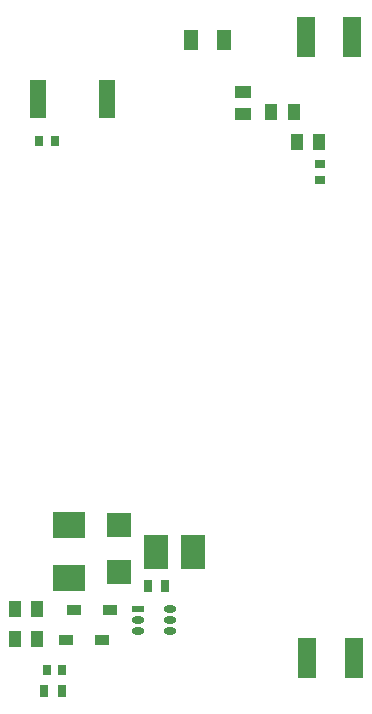
<source format=gtp>
G04 Layer_Color=8421504*
%FSLAX25Y25*%
%MOIN*%
G70*
G01*
G75*
%ADD10O,0.04134X0.02362*%
%ADD11R,0.04134X0.02362*%
%ADD12R,0.06299X0.13780*%
%ADD13R,0.03937X0.05512*%
%ADD14R,0.04724X0.03347*%
%ADD15R,0.05512X0.03937*%
%ADD16R,0.03150X0.03740*%
%ADD17R,0.02953X0.03937*%
%ADD18R,0.03740X0.03150*%
%ADD19R,0.10799X0.08500*%
%ADD20R,0.07874X0.07874*%
%ADD21R,0.05315X0.12992*%
%ADD22R,0.04528X0.06890*%
%ADD23R,0.08465X0.11221*%
D10*
X502630Y165520D02*
D03*
Y169260D02*
D03*
Y173000D02*
D03*
X492000Y165520D02*
D03*
Y169260D02*
D03*
D11*
Y173000D02*
D03*
D12*
X547823Y363500D02*
D03*
X563177D02*
D03*
X548323Y156500D02*
D03*
X563677D02*
D03*
D13*
X544760Y328500D02*
D03*
X552240D02*
D03*
X450760Y173000D02*
D03*
X458240D02*
D03*
X536260Y338500D02*
D03*
X543740D02*
D03*
X450760Y163000D02*
D03*
X458240D02*
D03*
D14*
X480004Y162500D02*
D03*
X467996D02*
D03*
X470496Y172500D02*
D03*
X482504D02*
D03*
D15*
X527000Y345240D02*
D03*
Y337760D02*
D03*
D16*
X461441Y152500D02*
D03*
X466559D02*
D03*
X458941Y329000D02*
D03*
X464059D02*
D03*
D17*
X466354Y145500D02*
D03*
X460646D02*
D03*
X500854Y180500D02*
D03*
X495146D02*
D03*
D18*
X552500Y321059D02*
D03*
Y315941D02*
D03*
D19*
X469000Y200701D02*
D03*
Y183299D02*
D03*
D20*
X485500Y200874D02*
D03*
Y185126D02*
D03*
D21*
X481516Y343000D02*
D03*
X458484D02*
D03*
D22*
X509390Y362500D02*
D03*
X520610D02*
D03*
D23*
X510299Y192000D02*
D03*
X497701D02*
D03*
M02*

</source>
